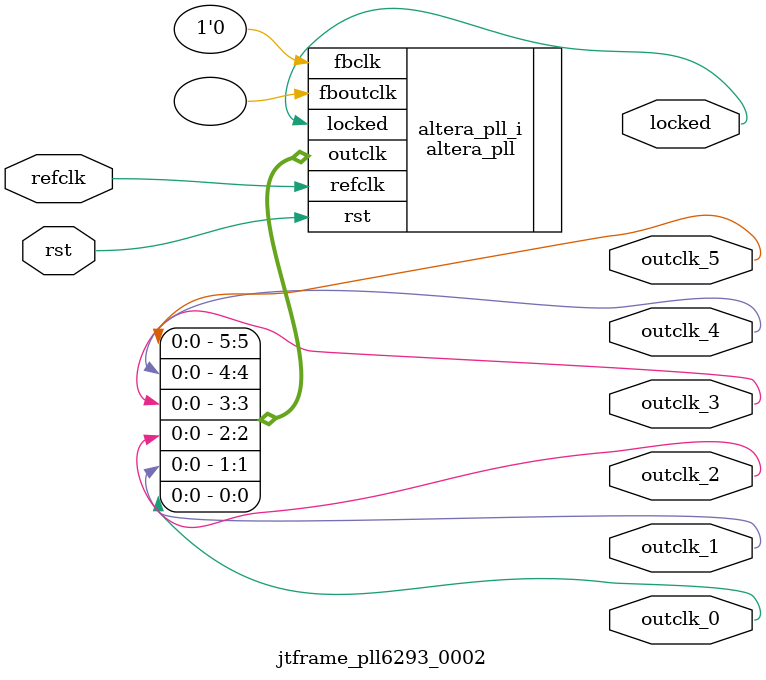
<source format=v>
`timescale 1ns/10ps
module  jtframe_pll6293_0002(

	// interface 'refclk'
	input wire refclk,

	// interface 'reset'
	input wire rst,

	// interface 'outclk0'
	output wire outclk_0,

	// interface 'outclk1'
	output wire outclk_1,

	// interface 'outclk2'
	output wire outclk_2,

	// interface 'outclk3'
	output wire outclk_3,

	// interface 'outclk4'
	output wire outclk_4,

	// interface 'outclk5'
	output wire outclk_5,

	// interface 'locked'
	output wire locked
);

	altera_pll #(
		.fractional_vco_multiplier("false"),
		.reference_clock_frequency("50.0 MHz"),
		.operation_mode("direct"),
		.number_of_clocks(6),
		.output_clock_frequency0("50.347222 MHz"),
		.phase_shift0("0 ps"),
		.duty_cycle0(50),
		.output_clock_frequency1("50.347222 MHz"),
		.phase_shift1("4965 ps"),
		.duty_cycle1(50),
		.output_clock_frequency2("25.173611 MHz"),
		.phase_shift2("0 ps"),
		.duty_cycle2(50),
		.output_clock_frequency3("6.293402 MHz"),
		.phase_shift3("0 ps"),
		.duty_cycle3(50),
		.output_clock_frequency4("50.347222 MHz"),
		.phase_shift4("0 ps"),
		.duty_cycle4(50),
		.output_clock_frequency5("50.347222 MHz"),
		.phase_shift5("0 ps"),
		.duty_cycle5(50),
		.output_clock_frequency6("0 MHz"),
		.phase_shift6("0 ps"),
		.duty_cycle6(50),
		.output_clock_frequency7("0 MHz"),
		.phase_shift7("0 ps"),
		.duty_cycle7(50),
		.output_clock_frequency8("0 MHz"),
		.phase_shift8("0 ps"),
		.duty_cycle8(50),
		.output_clock_frequency9("0 MHz"),
		.phase_shift9("0 ps"),
		.duty_cycle9(50),
		.output_clock_frequency10("0 MHz"),
		.phase_shift10("0 ps"),
		.duty_cycle10(50),
		.output_clock_frequency11("0 MHz"),
		.phase_shift11("0 ps"),
		.duty_cycle11(50),
		.output_clock_frequency12("0 MHz"),
		.phase_shift12("0 ps"),
		.duty_cycle12(50),
		.output_clock_frequency13("0 MHz"),
		.phase_shift13("0 ps"),
		.duty_cycle13(50),
		.output_clock_frequency14("0 MHz"),
		.phase_shift14("0 ps"),
		.duty_cycle14(50),
		.output_clock_frequency15("0 MHz"),
		.phase_shift15("0 ps"),
		.duty_cycle15(50),
		.output_clock_frequency16("0 MHz"),
		.phase_shift16("0 ps"),
		.duty_cycle16(50),
		.output_clock_frequency17("0 MHz"),
		.phase_shift17("0 ps"),
		.duty_cycle17(50),
		.pll_type("General"),
		.pll_subtype("General")
	) altera_pll_i (
		.rst	(rst),
		.outclk	({outclk_5, outclk_4, outclk_3, outclk_2, outclk_1, outclk_0}),
		.locked	(locked),
		.fboutclk	( ),
		.fbclk	(1'b0),
		.refclk	(refclk)
	);
endmodule


</source>
